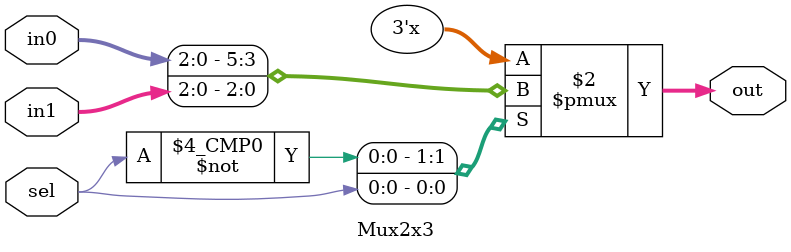
<source format=v>
/* 2 x 3-bit Multiplexor */
module Mux2x3(
	in0,
	in1,
	out,
	sel
);

/* Parameters */
parameter DATA_WIDTH = 3;
parameter SEL_WIDTH = 1;

/* Inputs */
input wire [DATA_WIDTH - 1 : 0] in0, in1;
input wire [SEL_WIDTH - 1 : 0] sel;

/* Outputs */
output reg [DATA_WIDTH - 1 : 0] out;

/* Behavioral Combinational Design */
always @ (in0 or in1 or sel)
begin
	case (sel)
		'b0 : out <= in0;
		'b1 : out <= in1;
	endcase
end

endmodule
</source>
